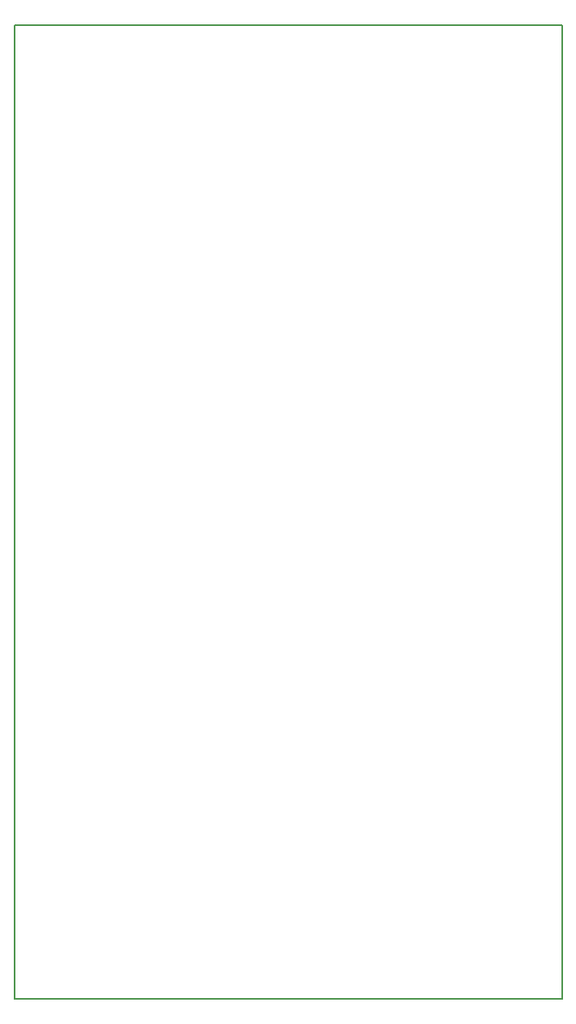
<source format=gm1>
G04 MADE WITH FRITZING*
G04 WWW.FRITZING.ORG*
G04 DOUBLE SIDED*
G04 HOLES PLATED*
G04 CONTOUR ON CENTER OF CONTOUR VECTOR*
%ASAXBY*%
%FSLAX23Y23*%
%MOIN*%
%OFA0B0*%
%SFA1.0B1.0*%
%ADD10R,2.255830X4.005990*%
%ADD11C,0.008000*%
%ADD10C,0.008*%
%LNCONTOUR*%
G90*
G70*
G54D10*
G54D11*
X4Y4002D02*
X2252Y4002D01*
X2252Y4D01*
X4Y4D01*
X4Y4002D01*
D02*
G04 End of contour*
M02*
</source>
